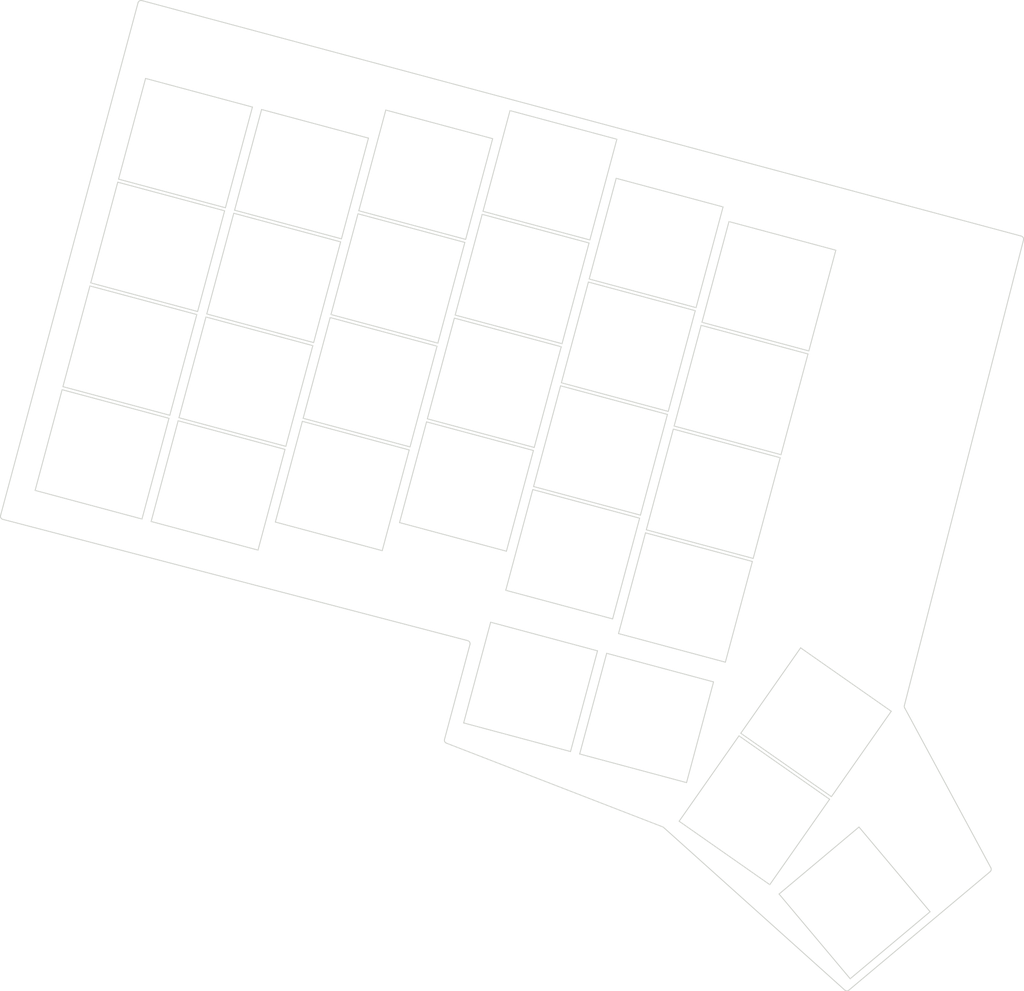
<source format=kicad_pcb>

            
(kicad_pcb (version 20171130) (host pcbnew 5.1.6)

  (page A3)
  (title_block
    (title top_plate)
    (rev v1.0.0)
    (company Unknown)
  )

  (general
    (thickness 1.6)
  )

  (layers
    (0 F.Cu signal)
    (31 B.Cu signal)
    (32 B.Adhes user)
    (33 F.Adhes user)
    (34 B.Paste user)
    (35 F.Paste user)
    (36 B.SilkS user)
    (37 F.SilkS user)
    (38 B.Mask user)
    (39 F.Mask user)
    (40 Dwgs.User user)
    (41 Cmts.User user)
    (42 Eco1.User user)
    (43 Eco2.User user)
    (44 Edge.Cuts user)
    (45 Margin user)
    (46 B.CrtYd user)
    (47 F.CrtYd user)
    (48 B.Fab user)
    (49 F.Fab user)
  )

  (setup
    (last_trace_width 0.25)
    (trace_clearance 0.2)
    (zone_clearance 0.508)
    (zone_45_only no)
    (trace_min 0.2)
    (via_size 0.8)
    (via_drill 0.4)
    (via_min_size 0.4)
    (via_min_drill 0.3)
    (uvia_size 0.3)
    (uvia_drill 0.1)
    (uvias_allowed no)
    (uvia_min_size 0.2)
    (uvia_min_drill 0.1)
    (edge_width 0.05)
    (segment_width 0.2)
    (pcb_text_width 0.3)
    (pcb_text_size 1.5 1.5)
    (mod_edge_width 0.12)
    (mod_text_size 1 1)
    (mod_text_width 0.15)
    (pad_size 1.524 1.524)
    (pad_drill 0.762)
    (pad_to_mask_clearance 0.05)
    (aux_axis_origin 0 0)
    (visible_elements FFFFFF7F)
    (pcbplotparams
      (layerselection 0x010fc_ffffffff)
      (usegerberextensions false)
      (usegerberattributes true)
      (usegerberadvancedattributes true)
      (creategerberjobfile true)
      (excludeedgelayer true)
      (linewidth 0.100000)
      (plotframeref false)
      (viasonmask false)
      (mode 1)
      (useauxorigin false)
      (hpglpennumber 1)
      (hpglpenspeed 20)
      (hpglpendiameter 15.000000)
      (psnegative false)
      (psa4output false)
      (plotreference true)
      (plotvalue true)
      (plotinvisibletext false)
      (padsonsilk false)
      (subtractmaskfromsilk false)
      (outputformat 1)
      (mirror false)
      (drillshape 1)
      (scaleselection 1)
      (outputdirectory ""))
  )

            (net 0 "")
            
  (net_class Default "This is the default net class."
    (clearance 0.2)
    (trace_width 0.25)
    (via_dia 0.8)
    (via_drill 0.4)
    (uvia_dia 0.3)
    (uvia_drill 0.1)
    (add_net "")
  )

            
            (gr_line (start -16.050249842682216 9.672204841561154) (end 5.6897070767034235 -71.46241838733955) (angle 90) (layer Edge.Cuts) (width 0.15))
(gr_line (start 6.302079476703429 -71.81597178733956) (end 145.400885349558 -34.54455912199612) (angle 90) (layer Edge.Cuts) (width 0.15))
(gr_line (start 145.75588576462945 -33.93771318092877) (end 126.91051278171823 39.75183195248809) (angle 90) (layer Edge.Cuts) (width 0.15))
(gr_line (start 126.95473240803616 40.11284901443227) (end 140.59163301925636 65.42693676176896) (angle 90) (layer Edge.Cuts) (width 0.15))
(gr_line (start 140.47283653050286 66.04709298264581) (end 118.13593657307975 84.78997750245881) (angle 90) (layer Edge.Cuts) (width 0.15))
(gr_line (start 117.48043880075463 84.77894262731525) (end 88.82679495778186 59.04339676961162) (angle 90) (layer Edge.Cuts) (width 0.15))
(gr_line (start 88.67326060229512 58.94912810098919) (end 54.47324822304958 45.70429428296431) (angle 90) (layer Edge.Cuts) (width 0.15))
(gr_line (start 54.17085493988792 45.10862878948538) (end 58.19494324450718 30.090526658915167) (angle 90) (layer Edge.Cuts) (width 0.15))
(gr_line (start 57.83825107910054 29.477324167944097) (end -15.69355767727557 10.285407332532225) (angle 90) (layer Edge.Cuts) (width 0.15))
(gr_arc (start 6.172669976703426 -71.33300888733956) (end 6.302079476703426 -71.81597178733956) (angle -90.00000000000094) (layer Edge.Cuts) (width 0.15))
(gr_arc (start 145.27147584955802 -34.06159622199612) (end 145.75588574955802 -33.93771322199612) (angle -89.34536259454504) (layer Edge.Cuts) (width 0.15))
(gr_arc (start 127.39492269678965 39.87571499355545) (end 126.91051279678965 39.75183199355545) (angle -42.65706137359828) (layer Edge.Cuts) (width 0.15))
(gr_arc (start 140.15144273050288 65.66407078264578) (end 140.4728365305029 66.04709298264578) (angle -78.31169972246471) (layer Edge.Cuts) (width 0.15))
(gr_arc (start 117.81454277307972 84.40695530245878) (end 117.48043887307972 84.77894260245878) (angle -81.92890097930959) (layer Edge.Cuts) (width 0.15))
(gr_arc (start 88.49269098545678 59.41538409446811) (end 88.82679488545678 59.04339679446811) (angle -20.75872474796588) (layer Edge.Cuts) (width 0.15))
(gr_arc (start 54.65381783988792 45.23803828948539) (end 54.170854939887924 45.10862878948539) (angle -83.82982282525415) (layer Edge.Cuts) (width 0.15))
(gr_arc (start 57.71198034450719 29.961117158915158) (end 58.194943244507186 30.09052665891516) (angle -90.37204223967748) (layer Edge.Cuts) (width 0.15))
(gr_arc (start -15.567286942682214 9.801614341561148) (end -16.050249842682213 9.672204841561149) (angle -90.37204223967527) (layer Edge.Cuts) (width 0.15))
(gr_line (start -10.5871081 5.7042214) (end 6.316593900000001 10.2335547) (angle 90) (layer Edge.Cuts) (width 0.15))
(gr_line (start 6.316593900000001 10.2335547) (end 10.587108100000002 -5.7042214) (angle 90) (layer Edge.Cuts) (width 0.15))
(gr_line (start 10.587108100000002 -5.7042214) (end -6.3165939 -10.2335547) (angle 90) (layer Edge.Cuts) (width 0.15))
(gr_line (start -6.3165939 -10.2335547) (end -10.5871081 5.7042214) (angle 90) (layer Edge.Cuts) (width 0.15))
(gr_line (start -6.1871843 -10.716517699999999) (end 10.7165177 -6.1871844) (angle 90) (layer Edge.Cuts) (width 0.15))
(gr_line (start 10.7165177 -6.1871844) (end 14.987031900000002 -22.1249605) (angle 90) (layer Edge.Cuts) (width 0.15))
(gr_line (start 14.987031900000002 -22.1249605) (end -1.9166701000000002 -26.654293799999998) (angle 90) (layer Edge.Cuts) (width 0.15))
(gr_line (start -1.9166701000000002 -26.654293799999998) (end -6.1871843 -10.716517699999999) (angle 90) (layer Edge.Cuts) (width 0.15))
(gr_line (start -1.7872605000000004 -27.137256700000002) (end 15.1164415 -22.607923400000004) (angle 90) (layer Edge.Cuts) (width 0.15))
(gr_line (start 15.1164415 -22.607923400000004) (end 19.3869557 -38.545699500000005) (angle 90) (layer Edge.Cuts) (width 0.15))
(gr_line (start 19.3869557 -38.545699500000005) (end 2.4832536999999997 -43.0750328) (angle 90) (layer Edge.Cuts) (width 0.15))
(gr_line (start 2.4832536999999997 -43.0750328) (end -1.7872605000000004 -27.137256700000002) (angle 90) (layer Edge.Cuts) (width 0.15))
(gr_line (start 2.6126632999999995 -43.5579958) (end 19.5163653 -39.0286625) (angle 90) (layer Edge.Cuts) (width 0.15))
(gr_line (start 19.5163653 -39.0286625) (end 23.7868795 -54.966438600000004) (angle 90) (layer Edge.Cuts) (width 0.15))
(gr_line (start 23.7868795 -54.966438600000004) (end 6.8831774999999995 -59.4957719) (angle 90) (layer Edge.Cuts) (width 0.15))
(gr_line (start 6.8831774999999995 -59.4957719) (end 2.6126632999999995 -43.5579958) (angle 90) (layer Edge.Cuts) (width 0.15))
(gr_line (start 7.7654826 10.621783299999999) (end 24.6691846 15.151116599999998) (angle 90) (layer Edge.Cuts) (width 0.15))
(gr_line (start 24.6691846 15.151116599999998) (end 28.939698800000002 -0.7866595000000007) (angle 90) (layer Edge.Cuts) (width 0.15))
(gr_line (start 28.939698800000002 -0.7866595000000007) (end 12.0359968 -5.3159928) (angle 90) (layer Edge.Cuts) (width 0.15))
(gr_line (start 12.0359968 -5.3159928) (end 7.7654826 10.621783299999999) (angle 90) (layer Edge.Cuts) (width 0.15))
(gr_line (start 12.1654064 -5.7989558) (end 29.0691084 -1.2696225000000005) (angle 90) (layer Edge.Cuts) (width 0.15))
(gr_line (start 29.0691084 -1.2696225000000005) (end 33.3396226 -17.207398599999998) (angle 90) (layer Edge.Cuts) (width 0.15))
(gr_line (start 33.3396226 -17.207398599999998) (end 16.4359206 -21.7367319) (angle 90) (layer Edge.Cuts) (width 0.15))
(gr_line (start 16.4359206 -21.7367319) (end 12.1654064 -5.7989558) (angle 90) (layer Edge.Cuts) (width 0.15))
(gr_line (start 16.5653302 -22.2196949) (end 33.4690322 -17.6903616) (angle 90) (layer Edge.Cuts) (width 0.15))
(gr_line (start 33.4690322 -17.6903616) (end 37.7395464 -33.628137699999996) (angle 90) (layer Edge.Cuts) (width 0.15))
(gr_line (start 37.7395464 -33.628137699999996) (end 20.8358444 -38.157471) (angle 90) (layer Edge.Cuts) (width 0.15))
(gr_line (start 20.8358444 -38.157471) (end 16.5653302 -22.2196949) (angle 90) (layer Edge.Cuts) (width 0.15))
(gr_line (start 20.965254 -38.6404339) (end 37.868956 -34.1111006) (angle 90) (layer Edge.Cuts) (width 0.15))
(gr_line (start 37.868956 -34.1111006) (end 42.139470200000005 -50.0488767) (angle 90) (layer Edge.Cuts) (width 0.15))
(gr_line (start 42.139470200000005 -50.0488767) (end 25.2357682 -54.57821) (angle 90) (layer Edge.Cuts) (width 0.15))
(gr_line (start 25.2357682 -54.57821) (end 20.965254 -38.6404339) (angle 90) (layer Edge.Cuts) (width 0.15))
(gr_line (start 27.4121685 10.709715999999998) (end 44.3158705 15.239049299999998) (angle 90) (layer Edge.Cuts) (width 0.15))
(gr_line (start 44.3158705 15.239049299999998) (end 48.5863847 -0.6987268000000011) (angle 90) (layer Edge.Cuts) (width 0.15))
(gr_line (start 48.5863847 -0.6987268000000011) (end 31.6826827 -5.2280601) (angle 90) (layer Edge.Cuts) (width 0.15))
(gr_line (start 31.6826827 -5.2280601) (end 27.4121685 10.709715999999998) (angle 90) (layer Edge.Cuts) (width 0.15))
(gr_line (start 31.812092299999996 -5.7110231) (end 48.7157943 -1.181689800000001) (angle 90) (layer Edge.Cuts) (width 0.15))
(gr_line (start 48.7157943 -1.181689800000001) (end 52.9863085 -17.1194659) (angle 90) (layer Edge.Cuts) (width 0.15))
(gr_line (start 52.9863085 -17.1194659) (end 36.0826065 -21.6487992) (angle 90) (layer Edge.Cuts) (width 0.15))
(gr_line (start 36.0826065 -21.6487992) (end 31.812092299999996 -5.7110231) (angle 90) (layer Edge.Cuts) (width 0.15))
(gr_line (start 36.2120161 -22.131762100000003) (end 53.1157181 -17.602428800000002) (angle 90) (layer Edge.Cuts) (width 0.15))
(gr_line (start 53.1157181 -17.602428800000002) (end 57.3862323 -33.5402049) (angle 90) (layer Edge.Cuts) (width 0.15))
(gr_line (start 57.3862323 -33.5402049) (end 40.4825303 -38.0695382) (angle 90) (layer Edge.Cuts) (width 0.15))
(gr_line (start 40.4825303 -38.0695382) (end 36.2120161 -22.131762100000003) (angle 90) (layer Edge.Cuts) (width 0.15))
(gr_line (start 40.611939899999996 -38.5525012) (end 57.5156419 -34.023167900000004) (angle 90) (layer Edge.Cuts) (width 0.15))
(gr_line (start 57.5156419 -34.023167900000004) (end 61.7861561 -49.960944000000005) (angle 90) (layer Edge.Cuts) (width 0.15))
(gr_line (start 61.7861561 -49.960944000000005) (end 44.8824541 -54.4902773) (angle 90) (layer Edge.Cuts) (width 0.15))
(gr_line (start 44.8824541 -54.4902773) (end 40.611939899999996 -38.5525012) (angle 90) (layer Edge.Cuts) (width 0.15))
(gr_line (start 47.058854499999995 10.7976487) (end 63.9625565 15.326982) (angle 90) (layer Edge.Cuts) (width 0.15))
(gr_line (start 63.9625565 15.326982) (end 68.2330707 -0.6107940999999997) (angle 90) (layer Edge.Cuts) (width 0.15))
(gr_line (start 68.2330707 -0.6107940999999997) (end 51.329368699999996 -5.140127399999999) (angle 90) (layer Edge.Cuts) (width 0.15))
(gr_line (start 51.329368699999996 -5.140127399999999) (end 47.058854499999995 10.7976487) (angle 90) (layer Edge.Cuts) (width 0.15))
(gr_line (start 51.4587783 -5.623090299999999) (end 68.3624803 -1.093757) (angle 90) (layer Edge.Cuts) (width 0.15))
(gr_line (start 68.3624803 -1.093757) (end 72.6329945 -17.031533099999997) (angle 90) (layer Edge.Cuts) (width 0.15))
(gr_line (start 72.6329945 -17.031533099999997) (end 55.7292925 -21.5608664) (angle 90) (layer Edge.Cuts) (width 0.15))
(gr_line (start 55.7292925 -21.5608664) (end 51.4587783 -5.623090299999999) (angle 90) (layer Edge.Cuts) (width 0.15))
(gr_line (start 55.858702099999995 -22.0438294) (end 72.7624041 -17.514496100000002) (angle 90) (layer Edge.Cuts) (width 0.15))
(gr_line (start 72.7624041 -17.514496100000002) (end 77.0329183 -33.4522722) (angle 90) (layer Edge.Cuts) (width 0.15))
(gr_line (start 77.0329183 -33.4522722) (end 60.129216299999996 -37.9816055) (angle 90) (layer Edge.Cuts) (width 0.15))
(gr_line (start 60.129216299999996 -37.9816055) (end 55.858702099999995 -22.0438294) (angle 90) (layer Edge.Cuts) (width 0.15))
(gr_line (start 60.25862589999999 -38.4645685) (end 77.1623279 -33.9352352) (angle 90) (layer Edge.Cuts) (width 0.15))
(gr_line (start 77.1623279 -33.9352352) (end 81.43284209999999 -49.8730113) (angle 90) (layer Edge.Cuts) (width 0.15))
(gr_line (start 81.43284209999999 -49.8730113) (end 64.52914009999999 -54.4023446) (angle 90) (layer Edge.Cuts) (width 0.15))
(gr_line (start 64.52914009999999 -54.4023446) (end 60.25862589999999 -38.4645685) (angle 90) (layer Edge.Cuts) (width 0.15))
(gr_line (start 63.8585309 21.5107656) (end 80.7622329 26.040098899999997) (angle 90) (layer Edge.Cuts) (width 0.15))
(gr_line (start 80.7622329 26.040098899999997) (end 85.0327471 10.102322799999998) (angle 90) (layer Edge.Cuts) (width 0.15))
(gr_line (start 85.0327471 10.102322799999998) (end 68.1290451 5.5729894999999985) (angle 90) (layer Edge.Cuts) (width 0.15))
(gr_line (start 68.1290451 5.5729894999999985) (end 63.8585309 21.5107656) (angle 90) (layer Edge.Cuts) (width 0.15))
(gr_line (start 68.2584547 5.0900265) (end 85.1621567 9.619359799999998) (angle 90) (layer Edge.Cuts) (width 0.15))
(gr_line (start 85.1621567 9.619359799999998) (end 89.4326709 -6.3184163) (angle 90) (layer Edge.Cuts) (width 0.15))
(gr_line (start 89.4326709 -6.3184163) (end 72.5289689 -10.8477496) (angle 90) (layer Edge.Cuts) (width 0.15))
(gr_line (start 72.5289689 -10.8477496) (end 68.2584547 5.0900265) (angle 90) (layer Edge.Cuts) (width 0.15))
(gr_line (start 72.65837850000001 -11.3307126) (end 89.56208050000001 -6.801379300000001) (angle 90) (layer Edge.Cuts) (width 0.15))
(gr_line (start 89.56208050000001 -6.801379300000001) (end 93.83259470000002 -22.7391554) (angle 90) (layer Edge.Cuts) (width 0.15))
(gr_line (start 93.83259470000002 -22.7391554) (end 76.9288927 -27.2684887) (angle 90) (layer Edge.Cuts) (width 0.15))
(gr_line (start 76.9288927 -27.2684887) (end 72.65837850000001 -11.3307126) (angle 90) (layer Edge.Cuts) (width 0.15))
(gr_line (start 77.05830230000001 -27.751451599999996) (end 93.9620043 -23.222118299999998) (angle 90) (layer Edge.Cuts) (width 0.15))
(gr_line (start 93.9620043 -23.222118299999998) (end 98.2325185 -39.1598944) (angle 90) (layer Edge.Cuts) (width 0.15))
(gr_line (start 98.2325185 -39.1598944) (end 81.3288165 -43.689227699999996) (angle 90) (layer Edge.Cuts) (width 0.15))
(gr_line (start 81.3288165 -43.689227699999996) (end 77.05830230000001 -27.751451599999996) (angle 90) (layer Edge.Cuts) (width 0.15))
(gr_line (start 81.6934835 28.360179000000002) (end 98.5971855 32.8895123) (angle 90) (layer Edge.Cuts) (width 0.15))
(gr_line (start 98.5971855 32.8895123) (end 102.8676997 16.9517362) (angle 90) (layer Edge.Cuts) (width 0.15))
(gr_line (start 102.8676997 16.9517362) (end 85.9639977 12.422402900000002) (angle 90) (layer Edge.Cuts) (width 0.15))
(gr_line (start 85.9639977 12.422402900000002) (end 81.6934835 28.360179000000002) (angle 90) (layer Edge.Cuts) (width 0.15))
(gr_line (start 86.09340730000001 11.9394399) (end 102.9971093 16.4687732) (angle 90) (layer Edge.Cuts) (width 0.15))
(gr_line (start 102.9971093 16.4687732) (end 107.26762350000001 0.5309971000000004) (angle 90) (layer Edge.Cuts) (width 0.15))
(gr_line (start 107.26762350000001 0.5309971000000004) (end 90.3639215 -3.998336199999999) (angle 90) (layer Edge.Cuts) (width 0.15))
(gr_line (start 90.3639215 -3.998336199999999) (end 86.09340730000001 11.9394399) (angle 90) (layer Edge.Cuts) (width 0.15))
(gr_line (start 90.4933311 -4.4812992000000005) (end 107.3970331 0.04803409999999886) (angle 90) (layer Edge.Cuts) (width 0.15))
(gr_line (start 107.3970331 0.04803409999999886) (end 111.6675473 -15.889742) (angle 90) (layer Edge.Cuts) (width 0.15))
(gr_line (start 111.6675473 -15.889742) (end 94.7638453 -20.4190753) (angle 90) (layer Edge.Cuts) (width 0.15))
(gr_line (start 94.7638453 -20.4190753) (end 90.4933311 -4.4812992000000005) (angle 90) (layer Edge.Cuts) (width 0.15))
(gr_line (start 94.8932549 -20.9020382) (end 111.7969569 -16.372704900000002) (angle 90) (layer Edge.Cuts) (width 0.15))
(gr_line (start 111.7969569 -16.372704900000002) (end 116.0674711 -32.310481) (angle 90) (layer Edge.Cuts) (width 0.15))
(gr_line (start 116.0674711 -32.310481) (end 99.1637691 -36.8398143) (angle 90) (layer Edge.Cuts) (width 0.15))
(gr_line (start 99.1637691 -36.8398143) (end 94.8932549 -20.9020382) (angle 90) (layer Edge.Cuts) (width 0.15))
(gr_line (start 57.19858609999999 42.5023146) (end 74.1022881 47.031647899999996) (angle 90) (layer Edge.Cuts) (width 0.15))
(gr_line (start 74.1022881 47.031647899999996) (end 78.37280229999999 31.093871799999995) (angle 90) (layer Edge.Cuts) (width 0.15))
(gr_line (start 78.37280229999999 31.093871799999995) (end 61.469100299999994 26.564538499999998) (angle 90) (layer Edge.Cuts) (width 0.15))
(gr_line (start 61.469100299999994 26.564538499999998) (end 57.19858609999999 42.5023146) (angle 90) (layer Edge.Cuts) (width 0.15))
(gr_line (start 75.55117680000001 47.4198765) (end 92.4548788 51.9492098) (angle 90) (layer Edge.Cuts) (width 0.15))
(gr_line (start 92.4548788 51.9492098) (end 96.725393 36.0114337) (angle 90) (layer Edge.Cuts) (width 0.15))
(gr_line (start 96.725393 36.0114337) (end 79.821691 31.4821004) (angle 90) (layer Edge.Cuts) (width 0.15))
(gr_line (start 79.821691 31.4821004) (end 75.55117680000001 47.4198765) (angle 90) (layer Edge.Cuts) (width 0.15))
(gr_line (start 91.2844715 58.0615248) (end 105.61963229999999 68.0991125) (angle 90) (layer Edge.Cuts) (width 0.15))
(gr_line (start 105.61963229999999 68.0991125) (end 115.0836435 54.5831038) (angle 90) (layer Edge.Cuts) (width 0.15))
(gr_line (start 115.0836435 54.5831038) (end 100.7484827 44.5455161) (angle 90) (layer Edge.Cuts) (width 0.15))
(gr_line (start 100.7484827 44.5455161) (end 91.2844715 58.0615248) (angle 90) (layer Edge.Cuts) (width 0.15))
(gr_line (start 101.0352709 44.1359401) (end 115.3704317 54.1735278) (angle 90) (layer Edge.Cuts) (width 0.15))
(gr_line (start 115.3704317 54.1735278) (end 124.8344429 40.6575191) (angle 90) (layer Edge.Cuts) (width 0.15))
(gr_line (start 124.8344429 40.6575191) (end 110.4992821 30.6199314) (angle 90) (layer Edge.Cuts) (width 0.15))
(gr_line (start 110.4992821 30.6199314) (end 101.0352709 44.1359401) (angle 90) (layer Edge.Cuts) (width 0.15))
(gr_line (start 107.09170750000001 69.58079939999999) (end 118.34049060000001 82.9865772) (angle 90) (layer Edge.Cuts) (width 0.15))
(gr_line (start 118.34049060000001 82.9865772) (end 130.9802239 72.3805816) (angle 90) (layer Edge.Cuts) (width 0.15))
(gr_line (start 130.9802239 72.3805816) (end 119.7314408 58.9748038) (angle 90) (layer Edge.Cuts) (width 0.15))
(gr_line (start 119.7314408 58.9748038) (end 107.09170750000001 69.58079939999999) (angle 90) (layer Edge.Cuts) (width 0.15))
            
)

        
</source>
